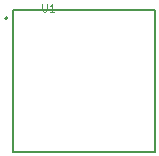
<source format=gbr>
G04 #@! TF.GenerationSoftware,KiCad,Pcbnew,(5.1.4-0-10_14)*
G04 #@! TF.CreationDate,2021-01-04T02:06:14-07:00*
G04 #@! TF.ProjectId,bga-stencil,6267612d-7374-4656-9e63-696c2e6b6963,rev?*
G04 #@! TF.SameCoordinates,Original*
G04 #@! TF.FileFunction,Legend,Top*
G04 #@! TF.FilePolarity,Positive*
%FSLAX46Y46*%
G04 Gerber Fmt 4.6, Leading zero omitted, Abs format (unit mm)*
G04 Created by KiCad (PCBNEW (5.1.4-0-10_14)) date 2021-01-04 02:06:14*
%MOMM*%
%LPD*%
G04 APERTURE LIST*
%ADD10C,0.200000*%
%ADD11C,0.127000*%
%ADD12C,0.015000*%
G04 APERTURE END LIST*
D10*
X172100000Y-89100000D02*
G75*
G03X172100000Y-89100000I-100000J0D01*
G01*
D11*
X184600000Y-100400000D02*
X172600000Y-100400000D01*
X184600000Y-88400000D02*
X184600000Y-100400000D01*
X172600000Y-100400000D02*
X172600000Y-88400000D01*
X172600000Y-88400000D02*
X184600000Y-88400000D01*
D12*
X175057588Y-87915689D02*
X175057588Y-88434780D01*
X175088123Y-88495849D01*
X175118658Y-88526384D01*
X175179727Y-88556919D01*
X175301866Y-88556919D01*
X175362936Y-88526384D01*
X175393471Y-88495849D01*
X175424005Y-88434780D01*
X175424005Y-87915689D01*
X176065235Y-88556919D02*
X175698818Y-88556919D01*
X175882027Y-88556919D02*
X175882027Y-87915689D01*
X175820957Y-88007293D01*
X175759888Y-88068363D01*
X175698818Y-88098897D01*
M02*

</source>
